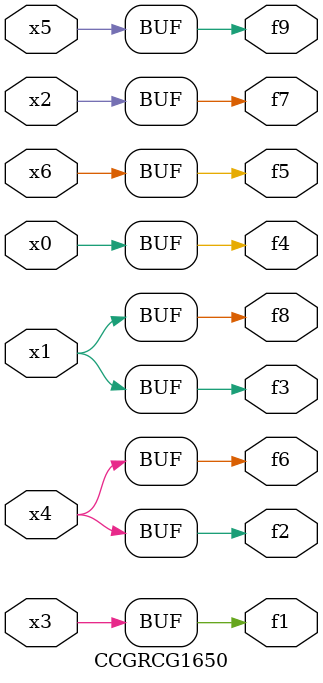
<source format=v>
module CCGRCG1650(
	input x0, x1, x2, x3, x4, x5, x6,
	output f1, f2, f3, f4, f5, f6, f7, f8, f9
);
	assign f1 = x3;
	assign f2 = x4;
	assign f3 = x1;
	assign f4 = x0;
	assign f5 = x6;
	assign f6 = x4;
	assign f7 = x2;
	assign f8 = x1;
	assign f9 = x5;
endmodule

</source>
